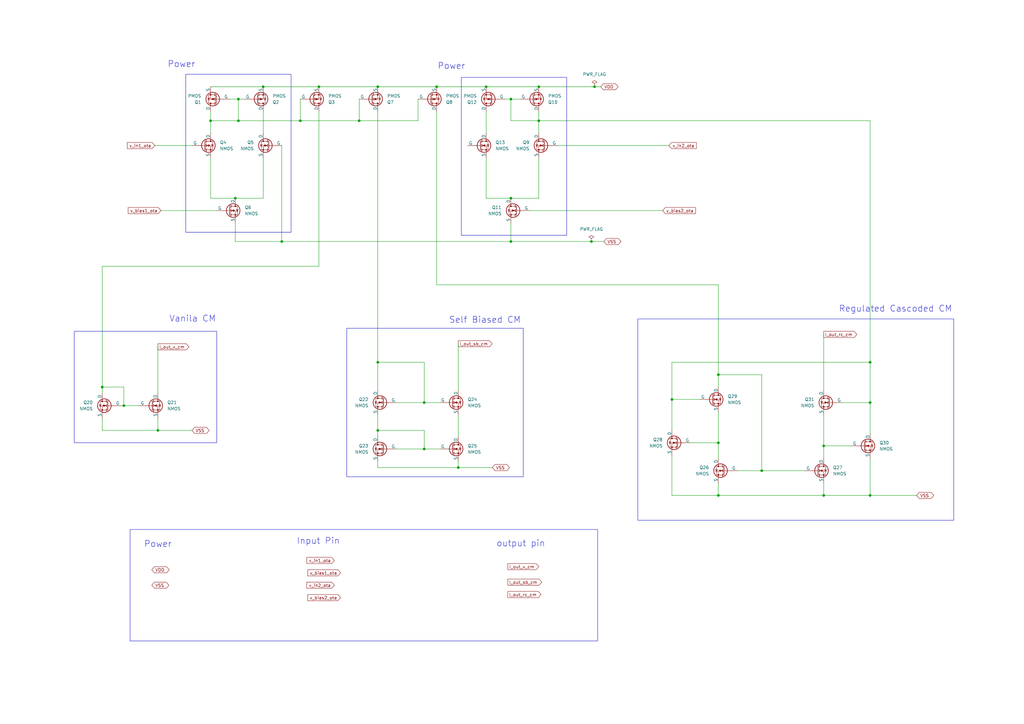
<source format=kicad_sch>
(kicad_sch (version 20250114) (generator "eeschema") (generator_version "9.0")
  (paper "A3")
  (lib_symbols
    (symbol "Simulation_SPICE:NMOS" (pin_numbers (hide yes)) (pin_names (offset 0))
      (property "Reference" "Q" (at 5.08 1.27 0))
      (property "Value" "NMOS" (at 5.08 -1.27 0))
      (symbol "NMOS_0_1"
        (polyline (pts (xy 0.254 1.905) (xy 0.254 -1.905)) (stroke (width 0.254)))
        (polyline (pts (xy 0.254 0) (xy -2.54 0)))
        (polyline (pts (xy 0.762 2.286) (xy 0.762 1.27)) (stroke (width 0.254)))
        (polyline (pts (xy 0.762 0.508) (xy 0.762 -0.508)) (stroke (width 0.254)))
        (polyline (pts (xy 0.762 -1.27) (xy 0.762 -2.286)) (stroke (width 0.254)))
        (polyline (pts (xy 0.762 -1.778) (xy 3.302 -1.778) (xy 3.302 1.778) (xy 0.762 1.778)))
        (polyline (pts (xy 1.016 0) (xy 2.032 0.381) (xy 2.032 -0.381) (xy 1.016 0)) (fill (type outline)))
        (circle (center 1.651 0) (radius 2.794) (stroke (width 0.254)))
        (polyline (pts (xy 2.54 2.54) (xy 2.54 1.778)))
        (circle (center 2.54 1.778) (radius 0.254) (fill (type outline)))
        (circle (center 2.54 -1.778) (radius 0.254) (fill (type outline)))
        (polyline (pts (xy 2.54 -2.54) (xy 2.54 0) (xy 0.762 0)))
        (polyline (pts (xy 2.794 0.508) (xy 2.921 0.381) (xy 3.683 0.381) (xy 3.81 0.254)))
        (polyline (pts (xy 3.302 0.381) (xy 2.921 -0.254) (xy 3.683 -0.254) (xy 3.302 0.381)))
      )
      (symbol "NMOS_1_1"
        (pin input line (at -5.08 0 0) (length 2.54) (name "G") (number "2"))
        (pin passive line (at 2.54 5.08 270) (length 2.54) (name "D") (number "1"))
        (pin passive line (at 2.54 -5.08 90) (length 2.54) (name "S") (number "3"))
      )
    )
    (symbol "Simulation_SPICE:PMOS" (pin_numbers (hide yes)) (pin_names (offset 0))
      (property "Reference" "Q" (at 5.08 1.27 0))
      (property "Value" "PMOS" (at 5.08 -1.27 0))
      (symbol "PMOS_0_1"
        (polyline (pts (xy 0.254 1.905) (xy 0.254 -1.905)) (stroke (width 0.254)))
        (polyline (pts (xy 0.254 0) (xy -2.54 0)))
        (polyline (pts (xy 0.762 2.286) (xy 0.762 1.27)) (stroke (width 0.254)))
        (polyline (pts (xy 0.762 1.778) (xy 3.302 1.778) (xy 3.302 -1.778) (xy 0.762 -1.778)))
        (polyline (pts (xy 0.762 0.508) (xy 0.762 -0.508)) (stroke (width 0.254)))
        (polyline (pts (xy 0.762 -1.27) (xy 0.762 -2.286)) (stroke (width 0.254)))
        (circle (center 1.651 0) (radius 2.794) (stroke (width 0.254)))
        (polyline (pts (xy 2.286 0) (xy 1.27 0.381) (xy 1.27 -0.381) (xy 2.286 0)) (fill (type outline)))
        (polyline (pts (xy 2.54 2.54) (xy 2.54 1.778)))
        (circle (center 2.54 1.778) (radius 0.254) (fill (type outline)))
        (circle (center 2.54 -1.778) (radius 0.254) (fill (type outline)))
        (polyline (pts (xy 2.54 -2.54) (xy 2.54 0) (xy 0.762 0)))
        (polyline (pts (xy 2.794 -0.508) (xy 2.921 -0.381) (xy 3.683 -0.381) (xy 3.81 -0.254)))
        (polyline (pts (xy 3.302 -0.381) (xy 2.921 0.254) (xy 3.683 0.254) (xy 3.302 -0.381)))
      )
      (symbol "PMOS_1_1"
        (pin input line (at -5.08 0 0) (length 2.54) (name "G") (number "2"))
        (pin passive line (at 2.54 5.08 270) (length 2.54) (name "D") (number "1"))
        (pin passive line (at 2.54 -5.08 90) (length 2.54) (name "S") (number "3"))
      )
    )
    (symbol "power:PWR_FLAG" (power) (pin_numbers (hide yes)) (pin_names (offset 0) (hide yes))
      (property "Value" "PWR_FLAG" (at 0 3.81 0))
      (symbol "PWR_FLAG_0_0"
        (pin power_out line (at 0 0 90) (length 0) (name "~") (number "1"))
      )
      (symbol "PWR_FLAG_0_1"
        (polyline (pts (xy 0 0) (xy 0 1.27) (xy -1.016 1.905) (xy 0 2.54) (xy 1.016 1.905) (xy 0 1.27)))
      )
    )
  )
  (rectangle (start 189.23 31.75) (end 232.41 96.52))
  (rectangle (start 142.24 134.62) (end 214.63 195.58))
  (rectangle (start 76.2 30.48) (end 119.38 95.25))
  (rectangle (start 261.62 130.81) (end 391.16 213.36))
  (rectangle (start 53.34 217.17) (end 245.11 262.89))
  (rectangle (start 30.48 135.89) (end 88.9 181.61))
  (text "output pin" (at 213.614 223.012 0) (effects (font (size 2.54 2.54))))
  (text "Vanila CM" (at 78.994 130.81 0) (effects (font (size 2.54 2.54))))
  (text "Self Biased CM" (at 198.882 131.318 0) (effects (font (size 2.54 2.54))))
  (text "Input Pin" (at 130.556 221.996 0) (effects (font (size 2.54 2.54))))
  (text "Power" (at 185.166 27.178 0) (effects (font (size 2.54 2.54))))
  (text "Power" (at 64.77 223.266 0) (effects (font (size 2.54 2.54))))
  (text "Regulated Cascoded CM" (at 367.284 126.746 0) (effects (font (size 2.54 2.54))))
  (text "Power" (at 74.422 26.416 0) (effects (font (size 2.54 2.54))))
  (junction (at 220.98 35.56))
  (junction (at 294.64 181.61))
  (junction (at 220.98 49.53))
  (junction (at 275.59 163.83))
  (junction (at 130.81 35.56))
  (junction (at 107.95 35.56))
  (junction (at 123.19 49.53))
  (junction (at 356.87 203.2))
  (junction (at 154.94 148.59))
  (junction (at 96.52 81.28))
  (junction (at 173.99 184.15))
  (junction (at 115.57 99.06))
  (junction (at 199.39 35.56))
  (junction (at 154.94 176.53))
  (junction (at 41.91 158.75))
  (junction (at 64.77 176.53))
  (junction (at 312.42 193.04))
  (junction (at 147.32 49.53))
  (junction (at 294.64 203.2))
  (junction (at 97.79 49.53))
  (junction (at 243.84 35.56))
  (junction (at 209.55 99.06))
  (junction (at 337.82 203.2))
  (junction (at 209.55 81.28))
  (junction (at 356.87 148.59))
  (junction (at 50.8 166.37))
  (junction (at 209.55 40.64))
  (junction (at 97.79 40.64))
  (junction (at 356.87 165.1))
  (junction (at 179.07 35.56))
  (junction (at 173.99 165.1))
  (junction (at 86.36 49.53))
  (junction (at 337.82 182.88))
  (junction (at 154.94 35.56))
  (junction (at 242.57 99.06))
  (junction (at 187.96 191.77))
  (junction (at 294.64 153.67))
  (wire (pts (xy 199.39 45.72) (xy 199.39 54.61)))
  (wire (pts (xy 107.95 35.56) (xy 130.81 35.56)))
  (wire (pts (xy 173.99 184.15) (xy 173.99 176.53)))
  (wire (pts (xy 130.81 109.22) (xy 41.91 109.22)))
  (wire (pts (xy 209.55 40.64) (xy 209.55 49.53)))
  (wire (pts (xy 209.55 81.28) (xy 220.98 81.28)))
  (wire (pts (xy 356.87 148.59) (xy 356.87 49.53)))
  (wire (pts (xy 173.99 165.1) (xy 180.34 165.1)))
  (wire (pts (xy 115.57 99.06) (xy 209.55 99.06)))
  (wire (pts (xy 220.98 35.56) (xy 243.84 35.56)))
  (wire (pts (xy 63.5 59.69) (xy 78.74 59.69)))
  (wire (pts (xy 312.42 153.67) (xy 294.64 153.67)))
  (wire (pts (xy 115.57 59.69) (xy 115.57 99.06)))
  (wire (pts (xy 97.79 40.64) (xy 100.33 40.64)))
  (wire (pts (xy 86.36 64.77) (xy 86.36 81.28)))
  (wire (pts (xy 275.59 163.83) (xy 287.02 163.83)))
  (wire (pts (xy 199.39 81.28) (xy 209.55 81.28)))
  (wire (pts (xy 107.95 45.72) (xy 107.95 54.61)))
  (wire (pts (xy 199.39 64.77) (xy 199.39 81.28)))
  (wire (pts (xy 275.59 148.59) (xy 275.59 163.83)))
  (wire (pts (xy 64.77 171.45) (xy 64.77 176.53)))
  (wire (pts (xy 93.98 40.64) (xy 97.79 40.64)))
  (wire (pts (xy 356.87 203.2) (xy 375.92 203.2)))
  (wire (pts (xy 86.36 35.56) (xy 107.95 35.56)))
  (wire (pts (xy 162.56 165.1) (xy 173.99 165.1)))
  (wire (pts (xy 209.55 91.44) (xy 209.55 99.06)))
  (wire (pts (xy 154.94 148.59) (xy 154.94 160.02)))
  (wire (pts (xy 356.87 165.1) (xy 345.44 165.1)))
  (wire (pts (xy 283.21 181.61) (xy 294.64 181.61)))
  (wire (pts (xy 50.8 158.75) (xy 41.91 158.75)))
  (wire (pts (xy 107.95 81.28) (xy 96.52 81.28)))
  (wire (pts (xy 356.87 148.59) (xy 356.87 165.1)))
  (wire (pts (xy 130.81 45.72) (xy 130.81 109.22)))
  (wire (pts (xy 96.52 99.06) (xy 115.57 99.06)))
  (wire (pts (xy 337.82 203.2) (xy 356.87 203.2)))
  (wire (pts (xy 147.32 49.53) (xy 123.19 49.53)))
  (wire (pts (xy 337.82 198.12) (xy 337.82 203.2)))
  (wire (pts (xy 41.91 176.53) (xy 64.77 176.53)))
  (wire (pts (xy 97.79 40.64) (xy 97.79 49.53)))
  (wire (pts (xy 243.84 35.56) (xy 246.38 35.56)))
  (wire (pts (xy 41.91 109.22) (xy 41.91 158.75)))
  (wire (pts (xy 356.87 187.96) (xy 356.87 203.2)))
  (wire (pts (xy 49.53 166.37) (xy 50.8 166.37)))
  (wire (pts (xy 209.55 99.06) (xy 242.57 99.06)))
  (wire (pts (xy 337.82 182.88) (xy 337.82 187.96)))
  (wire (pts (xy 64.77 142.24) (xy 64.77 161.29)))
  (wire (pts (xy 275.59 186.69) (xy 275.59 203.2)))
  (wire (pts (xy 187.96 191.77) (xy 201.93 191.77)))
  (wire (pts (xy 187.96 170.18) (xy 187.96 179.07)))
  (wire (pts (xy 86.36 49.53) (xy 86.36 54.61)))
  (wire (pts (xy 337.82 137.16) (xy 337.82 160.02)))
  (wire (pts (xy 173.99 165.1) (xy 173.99 148.59)))
  (wire (pts (xy 275.59 163.83) (xy 275.59 176.53)))
  (wire (pts (xy 209.55 49.53) (xy 220.98 49.53)))
  (wire (pts (xy 199.39 35.56) (xy 220.98 35.56)))
  (wire (pts (xy 154.94 191.77) (xy 154.94 189.23)))
  (wire (pts (xy 96.52 99.06) (xy 96.52 91.44)))
  (wire (pts (xy 173.99 148.59) (xy 154.94 148.59)))
  (wire (pts (xy 123.19 40.64) (xy 123.19 49.53)))
  (wire (pts (xy 312.42 193.04) (xy 330.2 193.04)))
  (wire (pts (xy 294.64 116.84) (xy 294.64 153.67)))
  (wire (pts (xy 242.57 99.06) (xy 247.65 99.06)))
  (wire (pts (xy 154.94 170.18) (xy 154.94 176.53)))
  (wire (pts (xy 179.07 45.72) (xy 179.07 116.84)))
  (wire (pts (xy 187.96 140.97) (xy 187.96 160.02)))
  (wire (pts (xy 50.8 166.37) (xy 50.8 158.75)))
  (wire (pts (xy 294.64 198.12) (xy 294.64 203.2)))
  (wire (pts (xy 294.64 168.91) (xy 294.64 181.61)))
  (wire (pts (xy 294.64 153.67) (xy 294.64 158.75)))
  (wire (pts (xy 294.64 203.2) (xy 337.82 203.2)))
  (wire (pts (xy 171.45 49.53) (xy 147.32 49.53)))
  (wire (pts (xy 154.94 35.56) (xy 179.07 35.56)))
  (wire (pts (xy 302.26 193.04) (xy 312.42 193.04)))
  (wire (pts (xy 220.98 49.53) (xy 356.87 49.53)))
  (wire (pts (xy 275.59 203.2) (xy 294.64 203.2)))
  (wire (pts (xy 209.55 40.64) (xy 207.01 40.64)))
  (wire (pts (xy 154.94 176.53) (xy 154.94 179.07)))
  (wire (pts (xy 179.07 35.56) (xy 199.39 35.56)))
  (wire (pts (xy 220.98 45.72) (xy 220.98 49.53)))
  (wire (pts (xy 294.64 181.61) (xy 294.64 187.96)))
  (wire (pts (xy 220.98 49.53) (xy 220.98 54.61)))
  (wire (pts (xy 173.99 176.53) (xy 154.94 176.53)))
  (wire (pts (xy 130.81 35.56) (xy 154.94 35.56)))
  (wire (pts (xy 275.59 148.59) (xy 356.87 148.59)))
  (wire (pts (xy 162.56 184.15) (xy 173.99 184.15)))
  (wire (pts (xy 171.45 40.64) (xy 171.45 49.53)))
  (wire (pts (xy 173.99 184.15) (xy 180.34 184.15)))
  (wire (pts (xy 337.82 170.18) (xy 337.82 182.88)))
  (wire (pts (xy 97.79 49.53) (xy 86.36 49.53)))
  (wire (pts (xy 66.04 86.36) (xy 88.9 86.36)))
  (wire (pts (xy 356.87 165.1) (xy 356.87 177.8)))
  (wire (pts (xy 228.6 59.69) (xy 274.32 59.69)))
  (wire (pts (xy 312.42 153.67) (xy 312.42 193.04)))
  (wire (pts (xy 107.95 64.77) (xy 107.95 81.28)))
  (wire (pts (xy 187.96 189.23) (xy 187.96 191.77)))
  (wire (pts (xy 220.98 64.77) (xy 220.98 81.28)))
  (wire (pts (xy 41.91 171.45) (xy 41.91 176.53)))
  (wire (pts (xy 213.36 40.64) (xy 209.55 40.64)))
  (wire (pts (xy 97.79 49.53) (xy 123.19 49.53)))
  (wire (pts (xy 50.8 166.37) (xy 57.15 166.37)))
  (wire (pts (xy 154.94 45.72) (xy 154.94 148.59)))
  (wire (pts (xy 86.36 45.72) (xy 86.36 49.53)))
  (wire (pts (xy 154.94 191.77) (xy 187.96 191.77)))
  (wire (pts (xy 86.36 81.28) (xy 96.52 81.28)))
  (wire (pts (xy 179.07 116.84) (xy 294.64 116.84)))
  (wire (pts (xy 64.77 176.53) (xy 78.74 176.53)))
  (wire (pts (xy 217.17 86.36) (xy 271.78 86.36)))
  (wire (pts (xy 349.25 182.88) (xy 337.82 182.88)))
  (wire (pts (xy 41.91 158.75) (xy 41.91 161.29)))
  (wire (pts (xy 147.32 40.64) (xy 147.32 49.53)))
  (global_label "VDD" (shape bidirectional) (at 62.23 233.68 0) (property "Intersheetrefs" "${INTERSHEET_REFS}" (effects (hide yes))))
  (global_label "I_out_rc_cm" (shape output) (at 208.28 243.84 0) (property "Intersheetrefs" "${INTERSHEET_REFS}" (effects (hide yes))))
  (global_label "v_bias1_ota" (shape input) (at 66.04 86.36 180) (property "Intersheetrefs" "${INTERSHEET_REFS}" (effects (hide yes))))
  (global_label "I_out_v_cm" (shape output) (at 208.28 232.41 0) (property "Intersheetrefs" "${INTERSHEET_REFS}" (effects (hide yes))))
  (global_label "I_out_sb_cm" (shape output) (at 208.28 238.76 0) (property "Intersheetrefs" "${INTERSHEET_REFS}" (effects (hide yes))))
  (global_label "v_in1_ota" (shape input) (at 63.5 59.69 180) (property "Intersheetrefs" "${INTERSHEET_REFS}" (effects (hide yes))))
  (global_label "I_out_rc_cm" (shape output) (at 337.82 137.16 0) (property "Intersheetrefs" "${INTERSHEET_REFS}" (effects (hide yes))))
  (global_label "VSS" (shape bidirectional) (at 62.23 240.03 0) (property "Intersheetrefs" "${INTERSHEET_REFS}" (effects (hide yes))))
  (global_label "VSS" (shape bidirectional) (at 375.92 203.2 0) (property "Intersheetrefs" "${INTERSHEET_REFS}" (effects (hide yes))))
  (global_label "v_bias2_ota" (shape input) (at 139.7 245.11 180) (property "Intersheetrefs" "${INTERSHEET_REFS}" (effects (hide yes))))
  (global_label "VSS" (shape bidirectional) (at 78.74 176.53 0) (property "Intersheetrefs" "${INTERSHEET_REFS}" (effects (hide yes))))
  (global_label "v_bias1_ota" (shape input) (at 139.7 234.95 180) (property "Intersheetrefs" "${INTERSHEET_REFS}" (effects (hide yes))))
  (global_label "VSS" (shape bidirectional) (at 247.65 99.06 0) (property "Intersheetrefs" "${INTERSHEET_REFS}" (effects (hide yes))))
  (global_label "v_in1_ota" (shape input) (at 137.16 229.87 180) (property "Intersheetrefs" "${INTERSHEET_REFS}" (effects (hide yes))))
  (global_label "I_out_sb_cm" (shape output) (at 187.96 140.97 0) (property "Intersheetrefs" "${INTERSHEET_REFS}" (effects (hide yes))))
  (global_label "v_in2_ota" (shape input) (at 137.16 240.03 180) (property "Intersheetrefs" "${INTERSHEET_REFS}" (effects (hide yes))))
  (global_label "v_in2_ota" (shape input) (at 274.32 59.69 0) (property "Intersheetrefs" "${INTERSHEET_REFS}" (effects (hide yes))))
  (global_label "I_out_v_cm" (shape output) (at 64.77 142.24 0) (property "Intersheetrefs" "${INTERSHEET_REFS}" (effects (hide yes))))
  (global_label "v_bias2_ota" (shape input) (at 271.78 86.36 0) (property "Intersheetrefs" "${INTERSHEET_REFS}" (effects (hide yes))))
  (global_label "VSS" (shape bidirectional) (at 201.93 191.77 0) (property "Intersheetrefs" "${INTERSHEET_REFS}" (effects (hide yes))))
  (global_label "VDD" (shape bidirectional) (at 246.38 35.56 0) (property "Intersheetrefs" "${INTERSHEET_REFS}" (effects (hide yes))))
  (symbol (lib_id "Simulation_SPICE:PMOS") (at 105.41 40.64 0) (mirror x) (unit 1)
    (property "Reference" "Q2" (at 111.76 41.9101 0) (effects (justify left)))
    (property "Value" "PMOS" (at 111.76 39.3701 0) (effects (justify left)))
    (property "Datasheet" "https://ngspice.sourceforge.io/docs/ngspice-html-manual/manual.xhtml#cha_MOSFETs" (effects (hide yes)))
    (property "Description" "P-MOSFET transistor, drain/source/gate" (effects (hide yes)))
    (property "Sim.Device" "PMOS" (effects (hide yes)))
    (property "Sim.Type" "VDMOS" (effects (hide yes)))
    (property "Sim.Pins" "1=D 2=G 3=S" (effects (hide yes)))
  )
  (symbol (lib_id "Simulation_SPICE:NMOS") (at 292.1 163.83 0) (unit 1)
    (property "Reference" "Q29" (at 298.45 162.5599 0) (effects (justify left)))
    (property "Value" "NMOS" (at 298.45 165.0999 0) (effects (justify left)))
    (property "Datasheet" "https://ngspice.sourceforge.io/docs/ngspice-html-manual/manual.xhtml#cha_MOSFETs" (effects (hide yes)))
    (property "Description" "N-MOSFET transistor, drain/source/gate" (effects (hide yes)))
    (property "Sim.Device" "NMOS" (effects (hide yes)))
    (property "Sim.Type" "VDMOS" (effects (hide yes)))
    (property "Sim.Pins" "1=D 2=G 3=S" (effects (hide yes)))
  )
  (symbol (lib_id "Simulation_SPICE:PMOS") (at 128.27 40.64 0) (mirror x) (unit 1)
    (property "Reference" "Q3" (at 134.62 41.9101 0) (effects (justify left)))
    (property "Value" "PMOS" (at 134.62 39.3701 0) (effects (justify left)))
    (property "Datasheet" "https://ngspice.sourceforge.io/docs/ngspice-html-manual/manual.xhtml#cha_MOSFETs" (effects (hide yes)))
    (property "Description" "P-MOSFET transistor, drain/source/gate" (effects (hide yes)))
    (property "Sim.Device" "PMOS" (effects (hide yes)))
    (property "Sim.Type" "VDMOS" (effects (hide yes)))
    (property "Sim.Pins" "1=D 2=G 3=S" (effects (hide yes)))
  )
  (symbol (lib_id "Simulation_SPICE:NMOS") (at 157.48 184.15 0) (mirror y) (unit 1)
    (property "Reference" "Q23" (at 151.13 182.8799 0) (effects (justify left)))
    (property "Value" "NMOS" (at 151.13 185.4199 0) (effects (justify left)))
    (property "Datasheet" "https://ngspice.sourceforge.io/docs/ngspice-html-manual/manual.xhtml#cha_MOSFETs" (effects (hide yes)))
    (property "Description" "N-MOSFET transistor, drain/source/gate" (effects (hide yes)))
    (property "Sim.Device" "NMOS" (effects (hide yes)))
    (property "Sim.Type" "VDMOS" (effects (hide yes)))
    (property "Sim.Pins" "1=D 2=G 3=S" (effects (hide yes)))
  )
  (symbol (lib_id "Simulation_SPICE:PMOS") (at 88.9 40.64 180) (unit 1)
    (property "Reference" "Q1" (at 82.55 41.9101 0) (effects (justify left)))
    (property "Value" "PMOS" (at 82.55 39.3701 0) (effects (justify left)))
    (property "Datasheet" "https://ngspice.sourceforge.io/docs/ngspice-html-manual/manual.xhtml#cha_MOSFETs" (effects (hide yes)))
    (property "Description" "P-MOSFET transistor, drain/source/gate" (effects (hide yes)))
    (property "Sim.Device" "PMOS" (effects (hide yes)))
    (property "Sim.Type" "VDMOS" (effects (hide yes)))
    (property "Sim.Pins" "1=D 2=G 3=S" (effects (hide yes)))
  )
  (symbol (lib_id "Simulation_SPICE:NMOS") (at 196.85 59.69 0) (unit 1)
    (property "Reference" "Q13" (at 203.2 58.4199 0) (effects (justify left)))
    (property "Value" "NMOS" (at 203.2 60.9599 0) (effects (justify left)))
    (property "Datasheet" "https://ngspice.sourceforge.io/docs/ngspice-html-manual/manual.xhtml#cha_MOSFETs" (effects (hide yes)))
    (property "Description" "N-MOSFET transistor, drain/source/gate" (effects (hide yes)))
    (property "Sim.Device" "NMOS" (effects (hide yes)))
    (property "Sim.Type" "VDMOS" (effects (hide yes)))
    (property "Sim.Pins" "1=D 2=G 3=S" (effects (hide yes)))
  )
  (symbol (lib_id "Simulation_SPICE:PMOS") (at 176.53 40.64 0) (mirror x) (unit 1)
    (property "Reference" "Q8" (at 182.88 41.9101 0) (effects (justify left)))
    (property "Value" "PMOS" (at 182.88 39.3701 0) (effects (justify left)))
    (property "Datasheet" "https://ngspice.sourceforge.io/docs/ngspice-html-manual/manual.xhtml#cha_MOSFETs" (effects (hide yes)))
    (property "Description" "P-MOSFET transistor, drain/source/gate" (effects (hide yes)))
    (property "Sim.Device" "PMOS" (effects (hide yes)))
    (property "Sim.Type" "VDMOS" (effects (hide yes)))
    (property "Sim.Pins" "1=D 2=G 3=S" (effects (hide yes)))
  )
  (symbol (lib_id "Simulation_SPICE:NMOS") (at 93.98 86.36 0) (unit 1)
    (property "Reference" "Q6" (at 100.33 85.0899 0) (effects (justify left)))
    (property "Value" "NMOS" (at 100.33 87.6299 0) (effects (justify left)))
    (property "Datasheet" "https://ngspice.sourceforge.io/docs/ngspice-html-manual/manual.xhtml#cha_MOSFETs" (effects (hide yes)))
    (property "Description" "N-MOSFET transistor, drain/source/gate" (effects (hide yes)))
    (property "Sim.Device" "NMOS" (effects (hide yes)))
    (property "Sim.Type" "VDMOS" (effects (hide yes)))
    (property "Sim.Pins" "1=D 2=G 3=S" (effects (hide yes)))
  )
  (symbol (lib_id "Simulation_SPICE:NMOS") (at 335.28 193.04 0) (unit 1)
    (property "Reference" "Q27" (at 341.63 191.7699 0) (effects (justify left)))
    (property "Value" "NMOS" (at 341.63 194.3099 0) (effects (justify left)))
    (property "Datasheet" "https://ngspice.sourceforge.io/docs/ngspice-html-manual/manual.xhtml#cha_MOSFETs" (effects (hide yes)))
    (property "Description" "N-MOSFET transistor, drain/source/gate" (effects (hide yes)))
    (property "Sim.Device" "NMOS" (effects (hide yes)))
    (property "Sim.Type" "VDMOS" (effects (hide yes)))
    (property "Sim.Pins" "1=D 2=G 3=S" (effects (hide yes)))
  )
  (symbol (lib_id "Simulation_SPICE:NMOS") (at 223.52 59.69 0) (mirror y) (unit 1)
    (property "Reference" "Q9" (at 217.17 58.4199 0) (effects (justify left)))
    (property "Value" "NMOS" (at 217.17 60.9599 0) (effects (justify left)))
    (property "Datasheet" "https://ngspice.sourceforge.io/docs/ngspice-html-manual/manual.xhtml#cha_MOSFETs" (effects (hide yes)))
    (property "Description" "N-MOSFET transistor, drain/source/gate" (effects (hide yes)))
    (property "Sim.Device" "NMOS" (effects (hide yes)))
    (property "Sim.Type" "VDMOS" (effects (hide yes)))
    (property "Sim.Pins" "1=D 2=G 3=S" (effects (hide yes)))
  )
  (symbol (lib_id "Simulation_SPICE:NMOS") (at 62.23 166.37 0) (unit 1)
    (property "Reference" "Q21" (at 68.58 165.0999 0) (effects (justify left)))
    (property "Value" "NMOS" (at 68.58 167.6399 0) (effects (justify left)))
    (property "Datasheet" "https://ngspice.sourceforge.io/docs/ngspice-html-manual/manual.xhtml#cha_MOSFETs" (effects (hide yes)))
    (property "Description" "N-MOSFET transistor, drain/source/gate" (effects (hide yes)))
    (property "Sim.Device" "NMOS" (effects (hide yes)))
    (property "Sim.Type" "VDMOS" (effects (hide yes)))
    (property "Sim.Pins" "1=D 2=G 3=S" (effects (hide yes)))
  )
  (symbol (lib_id "Simulation_SPICE:NMOS") (at 212.09 86.36 0) (mirror y) (unit 1)
    (property "Reference" "Q11" (at 205.74 85.0899 0) (effects (justify left)))
    (property "Value" "NMOS" (at 205.74 87.6299 0) (effects (justify left)))
    (property "Datasheet" "https://ngspice.sourceforge.io/docs/ngspice-html-manual/manual.xhtml#cha_MOSFETs" (effects (hide yes)))
    (property "Description" "N-MOSFET transistor, drain/source/gate" (effects (hide yes)))
    (property "Sim.Device" "NMOS" (effects (hide yes)))
    (property "Sim.Type" "VDMOS" (effects (hide yes)))
    (property "Sim.Pins" "1=D 2=G 3=S" (effects (hide yes)))
  )
  (symbol (lib_id "Simulation_SPICE:NMOS") (at 157.48 165.1 0) (mirror y) (unit 1)
    (property "Reference" "Q22" (at 151.13 163.8299 0) (effects (justify left)))
    (property "Value" "NMOS" (at 151.13 166.3699 0) (effects (justify left)))
    (property "Datasheet" "https://ngspice.sourceforge.io/docs/ngspice-html-manual/manual.xhtml#cha_MOSFETs" (effects (hide yes)))
    (property "Description" "N-MOSFET transistor, drain/source/gate" (effects (hide yes)))
    (property "Sim.Device" "NMOS" (effects (hide yes)))
    (property "Sim.Type" "VDMOS" (effects (hide yes)))
    (property "Sim.Pins" "1=D 2=G 3=S" (effects (hide yes)))
  )
  (symbol (lib_id "Simulation_SPICE:NMOS") (at 44.45 166.37 0) (mirror y) (unit 1)
    (property "Reference" "Q20" (at 38.1 165.0999 0) (effects (justify left)))
    (property "Value" "NMOS" (at 38.1 167.6399 0) (effects (justify left)))
    (property "Datasheet" "https://ngspice.sourceforge.io/docs/ngspice-html-manual/manual.xhtml#cha_MOSFETs" (effects (hide yes)))
    (property "Description" "N-MOSFET transistor, drain/source/gate" (effects (hide yes)))
    (property "Sim.Device" "NMOS" (effects (hide yes)))
    (property "Sim.Type" "VDMOS" (effects (hide yes)))
    (property "Sim.Pins" "1=D 2=G 3=S" (effects (hide yes)))
  )
  (symbol (lib_id "Simulation_SPICE:PMOS") (at 218.44 40.64 0) (mirror x) (unit 1)
    (property "Reference" "Q10" (at 224.79 41.9101 0) (effects (justify left)))
    (property "Value" "PMOS" (at 224.79 39.3701 0) (effects (justify left)))
    (property "Datasheet" "https://ngspice.sourceforge.io/docs/ngspice-html-manual/manual.xhtml#cha_MOSFETs" (effects (hide yes)))
    (property "Description" "P-MOSFET transistor, drain/source/gate" (effects (hide yes)))
    (property "Sim.Device" "PMOS" (effects (hide yes)))
    (property "Sim.Type" "VDMOS" (effects (hide yes)))
    (property "Sim.Pins" "1=D 2=G 3=S" (effects (hide yes)))
  )
  (symbol (lib_id "power:PWR_FLAG") (at 242.57 99.06 0) (unit 1)
    (property "Reference" "#FLG02" (effects (hide yes)))
    (property "Value" "PWR_FLAG" (at 242.57 93.98 0))
    (property "Description" "Special symbol for telling ERC where power comes from" (effects (hide yes)))
  )
  (symbol (lib_id "Simulation_SPICE:NMOS") (at 340.36 165.1 0) (mirror y) (unit 1)
    (property "Reference" "Q31" (at 334.01 163.8299 0) (effects (justify left)))
    (property "Value" "NMOS" (at 334.01 166.3699 0) (effects (justify left)))
    (property "Datasheet" "https://ngspice.sourceforge.io/docs/ngspice-html-manual/manual.xhtml#cha_MOSFETs" (effects (hide yes)))
    (property "Description" "N-MOSFET transistor, drain/source/gate" (effects (hide yes)))
    (property "Sim.Device" "NMOS" (effects (hide yes)))
    (property "Sim.Type" "VDMOS" (effects (hide yes)))
    (property "Sim.Pins" "1=D 2=G 3=S" (effects (hide yes)))
  )
  (symbol (lib_id "Simulation_SPICE:NMOS") (at 110.49 59.69 0) (mirror y) (unit 1)
    (property "Reference" "Q5" (at 104.14 58.4199 0) (effects (justify left)))
    (property "Value" "NMOS" (at 104.14 60.9599 0) (effects (justify left)))
    (property "Datasheet" "https://ngspice.sourceforge.io/docs/ngspice-html-manual/manual.xhtml#cha_MOSFETs" (effects (hide yes)))
    (property "Description" "N-MOSFET transistor, drain/source/gate" (effects (hide yes)))
    (property "Sim.Device" "NMOS" (effects (hide yes)))
    (property "Sim.Type" "VDMOS" (effects (hide yes)))
    (property "Sim.Pins" "1=D 2=G 3=S" (effects (hide yes)))
  )
  (symbol (lib_id "power:PWR_FLAG") (at 243.84 35.56 0) (unit 1)
    (property "Reference" "#FLG01" (effects (hide yes)))
    (property "Value" "PWR_FLAG" (at 243.84 30.48 0))
    (property "Description" "Special symbol for telling ERC where power comes from" (effects (hide yes)))
  )
  (symbol (lib_id "Simulation_SPICE:PMOS") (at 201.93 40.64 180) (unit 1)
    (property "Reference" "Q12" (at 195.58 41.9101 0) (effects (justify left)))
    (property "Value" "PMOS" (at 195.58 39.3701 0) (effects (justify left)))
    (property "Datasheet" "https://ngspice.sourceforge.io/docs/ngspice-html-manual/manual.xhtml#cha_MOSFETs" (effects (hide yes)))
    (property "Description" "P-MOSFET transistor, drain/source/gate" (effects (hide yes)))
    (property "Sim.Device" "PMOS" (effects (hide yes)))
    (property "Sim.Type" "VDMOS" (effects (hide yes)))
    (property "Sim.Pins" "1=D 2=G 3=S" (effects (hide yes)))
  )
  (symbol (lib_id "Simulation_SPICE:PMOS") (at 152.4 40.64 0) (mirror x) (unit 1)
    (property "Reference" "Q7" (at 158.75 41.9101 0) (effects (justify left)))
    (property "Value" "PMOS" (at 158.75 39.3701 0) (effects (justify left)))
    (property "Datasheet" "https://ngspice.sourceforge.io/docs/ngspice-html-manual/manual.xhtml#cha_MOSFETs" (effects (hide yes)))
    (property "Description" "P-MOSFET transistor, drain/source/gate" (effects (hide yes)))
    (property "Sim.Device" "PMOS" (effects (hide yes)))
    (property "Sim.Type" "VDMOS" (effects (hide yes)))
    (property "Sim.Pins" "1=D 2=G 3=S" (effects (hide yes)))
  )
  (symbol (lib_id "Simulation_SPICE:NMOS") (at 278.13 181.61 0) (mirror y) (unit 1)
    (property "Reference" "Q28" (at 271.78 180.3399 0) (effects (justify left)))
    (property "Value" "NMOS" (at 271.78 182.8799 0) (effects (justify left)))
    (property "Datasheet" "https://ngspice.sourceforge.io/docs/ngspice-html-manual/manual.xhtml#cha_MOSFETs" (effects (hide yes)))
    (property "Description" "N-MOSFET transistor, drain/source/gate" (effects (hide yes)))
    (property "Sim.Device" "NMOS" (effects (hide yes)))
    (property "Sim.Type" "VDMOS" (effects (hide yes)))
    (property "Sim.Pins" "1=D 2=G 3=S" (effects (hide yes)))
  )
  (symbol (lib_id "Simulation_SPICE:NMOS") (at 354.33 182.88 0) (unit 1)
    (property "Reference" "Q30" (at 360.68 181.6099 0) (effects (justify left)))
    (property "Value" "NMOS" (at 360.68 184.1499 0) (effects (justify left)))
    (property "Datasheet" "https://ngspice.sourceforge.io/docs/ngspice-html-manual/manual.xhtml#cha_MOSFETs" (effects (hide yes)))
    (property "Description" "N-MOSFET transistor, drain/source/gate" (effects (hide yes)))
    (property "Sim.Device" "NMOS" (effects (hide yes)))
    (property "Sim.Type" "VDMOS" (effects (hide yes)))
    (property "Sim.Pins" "1=D 2=G 3=S" (effects (hide yes)))
  )
  (symbol (lib_id "Simulation_SPICE:NMOS") (at 83.82 59.69 0) (unit 1)
    (property "Reference" "Q4" (at 90.17 58.4199 0) (effects (justify left)))
    (property "Value" "NMOS" (at 90.17 60.9599 0) (effects (justify left)))
    (property "Datasheet" "https://ngspice.sourceforge.io/docs/ngspice-html-manual/manual.xhtml#cha_MOSFETs" (effects (hide yes)))
    (property "Description" "N-MOSFET transistor, drain/source/gate" (effects (hide yes)))
    (property "Sim.Device" "NMOS" (effects (hide yes)))
    (property "Sim.Type" "VDMOS" (effects (hide yes)))
    (property "Sim.Pins" "1=D 2=G 3=S" (effects (hide yes)))
  )
  (symbol (lib_id "Simulation_SPICE:NMOS") (at 185.42 165.1 0) (unit 1)
    (property "Reference" "Q24" (at 191.77 163.8299 0) (effects (justify left)))
    (property "Value" "NMOS" (at 191.77 166.3699 0) (effects (justify left)))
    (property "Datasheet" "https://ngspice.sourceforge.io/docs/ngspice-html-manual/manual.xhtml#cha_MOSFETs" (effects (hide yes)))
    (property "Description" "N-MOSFET transistor, drain/source/gate" (effects (hide yes)))
    (property "Sim.Device" "NMOS" (effects (hide yes)))
    (property "Sim.Type" "VDMOS" (effects (hide yes)))
    (property "Sim.Pins" "1=D 2=G 3=S" (effects (hide yes)))
  )
  (symbol (lib_id "Simulation_SPICE:NMOS") (at 297.18 193.04 0) (mirror y) (unit 1)
    (property "Reference" "Q26" (at 290.83 191.7699 0) (effects (justify left)))
    (property "Value" "NMOS" (at 290.83 194.3099 0) (effects (justify left)))
    (property "Datasheet" "https://ngspice.sourceforge.io/docs/ngspice-html-manual/manual.xhtml#cha_MOSFETs" (effects (hide yes)))
    (property "Description" "N-MOSFET transistor, drain/source/gate" (effects (hide yes)))
    (property "Sim.Device" "NMOS" (effects (hide yes)))
    (property "Sim.Type" "VDMOS" (effects (hide yes)))
    (property "Sim.Pins" "1=D 2=G 3=S" (effects (hide yes)))
  )
  (symbol (lib_id "Simulation_SPICE:NMOS") (at 185.42 184.15 0) (unit 1)
    (property "Reference" "Q25" (at 191.77 182.8799 0) (effects (justify left)))
    (property "Value" "NMOS" (at 191.77 185.4199 0) (effects (justify left)))
    (property "Datasheet" "https://ngspice.sourceforge.io/docs/ngspice-html-manual/manual.xhtml#cha_MOSFETs" (effects (hide yes)))
    (property "Description" "N-MOSFET transistor, drain/source/gate" (effects (hide yes)))
    (property "Sim.Device" "NMOS" (effects (hide yes)))
    (property "Sim.Type" "VDMOS" (effects (hide yes)))
    (property "Sim.Pins" "1=D 2=G 3=S" (effects (hide yes)))
  )
)
</source>
